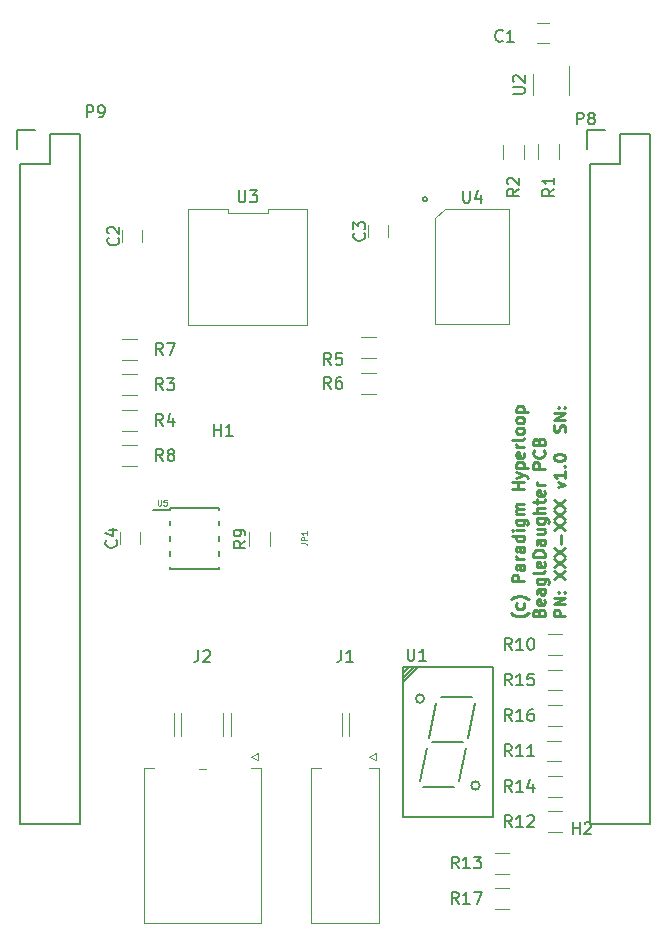
<source format=gbr>
G04 #@! TF.GenerationSoftware,KiCad,Pcbnew,(5.1.2-1)-1*
G04 #@! TF.CreationDate,2019-06-05T16:30:21-02:30*
G04 #@! TF.ProjectId,BeagleCape V2,42656167-6c65-4436-9170-652056322e6b,rev?*
G04 #@! TF.SameCoordinates,Original*
G04 #@! TF.FileFunction,Legend,Top*
G04 #@! TF.FilePolarity,Positive*
%FSLAX46Y46*%
G04 Gerber Fmt 4.6, Leading zero omitted, Abs format (unit mm)*
G04 Created by KiCad (PCBNEW (5.1.2-1)-1) date 2019-06-05 16:30:21*
%MOMM*%
%LPD*%
G04 APERTURE LIST*
%ADD10C,0.250000*%
%ADD11C,0.150000*%
%ADD12C,0.120000*%
%ADD13C,0.100000*%
G04 APERTURE END LIST*
D10*
X158153433Y-101696090D02*
X158105814Y-101743709D01*
X157962957Y-101838947D01*
X157867719Y-101886566D01*
X157724861Y-101934185D01*
X157486766Y-101981804D01*
X157296290Y-101981804D01*
X157058195Y-101934185D01*
X156915338Y-101886566D01*
X156820100Y-101838947D01*
X156677242Y-101743709D01*
X156629623Y-101696090D01*
X157724861Y-100886566D02*
X157772480Y-100981804D01*
X157772480Y-101172280D01*
X157724861Y-101267519D01*
X157677242Y-101315138D01*
X157582004Y-101362757D01*
X157296290Y-101362757D01*
X157201052Y-101315138D01*
X157153433Y-101267519D01*
X157105814Y-101172280D01*
X157105814Y-100981804D01*
X157153433Y-100886566D01*
X158153433Y-100553233D02*
X158105814Y-100505614D01*
X157962957Y-100410376D01*
X157867719Y-100362757D01*
X157724861Y-100315138D01*
X157486766Y-100267519D01*
X157296290Y-100267519D01*
X157058195Y-100315138D01*
X156915338Y-100362757D01*
X156820100Y-100410376D01*
X156677242Y-100505614D01*
X156629623Y-100553233D01*
X157772480Y-99029423D02*
X156772480Y-99029423D01*
X156772480Y-98648471D01*
X156820100Y-98553233D01*
X156867719Y-98505614D01*
X156962957Y-98457995D01*
X157105814Y-98457995D01*
X157201052Y-98505614D01*
X157248671Y-98553233D01*
X157296290Y-98648471D01*
X157296290Y-99029423D01*
X157772480Y-97600852D02*
X157248671Y-97600852D01*
X157153433Y-97648471D01*
X157105814Y-97743709D01*
X157105814Y-97934185D01*
X157153433Y-98029423D01*
X157724861Y-97600852D02*
X157772480Y-97696090D01*
X157772480Y-97934185D01*
X157724861Y-98029423D01*
X157629623Y-98077042D01*
X157534385Y-98077042D01*
X157439147Y-98029423D01*
X157391528Y-97934185D01*
X157391528Y-97696090D01*
X157343909Y-97600852D01*
X157772480Y-97124661D02*
X157105814Y-97124661D01*
X157296290Y-97124661D02*
X157201052Y-97077042D01*
X157153433Y-97029423D01*
X157105814Y-96934185D01*
X157105814Y-96838947D01*
X157772480Y-96077042D02*
X157248671Y-96077042D01*
X157153433Y-96124661D01*
X157105814Y-96219900D01*
X157105814Y-96410376D01*
X157153433Y-96505614D01*
X157724861Y-96077042D02*
X157772480Y-96172280D01*
X157772480Y-96410376D01*
X157724861Y-96505614D01*
X157629623Y-96553233D01*
X157534385Y-96553233D01*
X157439147Y-96505614D01*
X157391528Y-96410376D01*
X157391528Y-96172280D01*
X157343909Y-96077042D01*
X157772480Y-95172280D02*
X156772480Y-95172280D01*
X157724861Y-95172280D02*
X157772480Y-95267519D01*
X157772480Y-95457995D01*
X157724861Y-95553233D01*
X157677242Y-95600852D01*
X157582004Y-95648471D01*
X157296290Y-95648471D01*
X157201052Y-95600852D01*
X157153433Y-95553233D01*
X157105814Y-95457995D01*
X157105814Y-95267519D01*
X157153433Y-95172280D01*
X157772480Y-94696090D02*
X157105814Y-94696090D01*
X156772480Y-94696090D02*
X156820100Y-94743709D01*
X156867719Y-94696090D01*
X156820100Y-94648471D01*
X156772480Y-94696090D01*
X156867719Y-94696090D01*
X157105814Y-93791328D02*
X157915338Y-93791328D01*
X158010576Y-93838947D01*
X158058195Y-93886566D01*
X158105814Y-93981804D01*
X158105814Y-94124661D01*
X158058195Y-94219900D01*
X157724861Y-93791328D02*
X157772480Y-93886566D01*
X157772480Y-94077042D01*
X157724861Y-94172280D01*
X157677242Y-94219900D01*
X157582004Y-94267519D01*
X157296290Y-94267519D01*
X157201052Y-94219900D01*
X157153433Y-94172280D01*
X157105814Y-94077042D01*
X157105814Y-93886566D01*
X157153433Y-93791328D01*
X157772480Y-93315138D02*
X157105814Y-93315138D01*
X157201052Y-93315138D02*
X157153433Y-93267519D01*
X157105814Y-93172280D01*
X157105814Y-93029423D01*
X157153433Y-92934185D01*
X157248671Y-92886566D01*
X157772480Y-92886566D01*
X157248671Y-92886566D02*
X157153433Y-92838947D01*
X157105814Y-92743709D01*
X157105814Y-92600852D01*
X157153433Y-92505614D01*
X157248671Y-92457995D01*
X157772480Y-92457995D01*
X157772480Y-91219900D02*
X156772480Y-91219900D01*
X157248671Y-91219900D02*
X157248671Y-90648471D01*
X157772480Y-90648471D02*
X156772480Y-90648471D01*
X157105814Y-90267519D02*
X157772480Y-90029423D01*
X157105814Y-89791328D02*
X157772480Y-90029423D01*
X158010576Y-90124661D01*
X158058195Y-90172280D01*
X158105814Y-90267519D01*
X157105814Y-89410376D02*
X158105814Y-89410376D01*
X157153433Y-89410376D02*
X157105814Y-89315138D01*
X157105814Y-89124661D01*
X157153433Y-89029423D01*
X157201052Y-88981804D01*
X157296290Y-88934185D01*
X157582004Y-88934185D01*
X157677242Y-88981804D01*
X157724861Y-89029423D01*
X157772480Y-89124661D01*
X157772480Y-89315138D01*
X157724861Y-89410376D01*
X157724861Y-88124661D02*
X157772480Y-88219900D01*
X157772480Y-88410376D01*
X157724861Y-88505614D01*
X157629623Y-88553233D01*
X157248671Y-88553233D01*
X157153433Y-88505614D01*
X157105814Y-88410376D01*
X157105814Y-88219900D01*
X157153433Y-88124661D01*
X157248671Y-88077042D01*
X157343909Y-88077042D01*
X157439147Y-88553233D01*
X157772480Y-87648471D02*
X157105814Y-87648471D01*
X157296290Y-87648471D02*
X157201052Y-87600852D01*
X157153433Y-87553233D01*
X157105814Y-87457995D01*
X157105814Y-87362757D01*
X157772480Y-86886566D02*
X157724861Y-86981804D01*
X157629623Y-87029423D01*
X156772480Y-87029423D01*
X157772480Y-86362757D02*
X157724861Y-86457995D01*
X157677242Y-86505614D01*
X157582004Y-86553233D01*
X157296290Y-86553233D01*
X157201052Y-86505614D01*
X157153433Y-86457995D01*
X157105814Y-86362757D01*
X157105814Y-86219900D01*
X157153433Y-86124661D01*
X157201052Y-86077042D01*
X157296290Y-86029423D01*
X157582004Y-86029423D01*
X157677242Y-86077042D01*
X157724861Y-86124661D01*
X157772480Y-86219900D01*
X157772480Y-86362757D01*
X157772480Y-85457995D02*
X157724861Y-85553233D01*
X157677242Y-85600852D01*
X157582004Y-85648471D01*
X157296290Y-85648471D01*
X157201052Y-85600852D01*
X157153433Y-85553233D01*
X157105814Y-85457995D01*
X157105814Y-85315138D01*
X157153433Y-85219900D01*
X157201052Y-85172280D01*
X157296290Y-85124661D01*
X157582004Y-85124661D01*
X157677242Y-85172280D01*
X157724861Y-85219900D01*
X157772480Y-85315138D01*
X157772480Y-85457995D01*
X157105814Y-84696090D02*
X158105814Y-84696090D01*
X157153433Y-84696090D02*
X157105814Y-84600852D01*
X157105814Y-84410376D01*
X157153433Y-84315138D01*
X157201052Y-84267519D01*
X157296290Y-84219900D01*
X157582004Y-84219900D01*
X157677242Y-84267519D01*
X157724861Y-84315138D01*
X157772480Y-84410376D01*
X157772480Y-84600852D01*
X157724861Y-84696090D01*
X158998671Y-101648471D02*
X159046290Y-101505614D01*
X159093909Y-101457995D01*
X159189147Y-101410376D01*
X159332004Y-101410376D01*
X159427242Y-101457995D01*
X159474861Y-101505614D01*
X159522480Y-101600852D01*
X159522480Y-101981804D01*
X158522480Y-101981804D01*
X158522480Y-101648471D01*
X158570100Y-101553233D01*
X158617719Y-101505614D01*
X158712957Y-101457995D01*
X158808195Y-101457995D01*
X158903433Y-101505614D01*
X158951052Y-101553233D01*
X158998671Y-101648471D01*
X158998671Y-101981804D01*
X159474861Y-100600852D02*
X159522480Y-100696090D01*
X159522480Y-100886566D01*
X159474861Y-100981804D01*
X159379623Y-101029423D01*
X158998671Y-101029423D01*
X158903433Y-100981804D01*
X158855814Y-100886566D01*
X158855814Y-100696090D01*
X158903433Y-100600852D01*
X158998671Y-100553233D01*
X159093909Y-100553233D01*
X159189147Y-101029423D01*
X159522480Y-99696090D02*
X158998671Y-99696090D01*
X158903433Y-99743709D01*
X158855814Y-99838947D01*
X158855814Y-100029423D01*
X158903433Y-100124661D01*
X159474861Y-99696090D02*
X159522480Y-99791328D01*
X159522480Y-100029423D01*
X159474861Y-100124661D01*
X159379623Y-100172280D01*
X159284385Y-100172280D01*
X159189147Y-100124661D01*
X159141528Y-100029423D01*
X159141528Y-99791328D01*
X159093909Y-99696090D01*
X158855814Y-98791328D02*
X159665338Y-98791328D01*
X159760576Y-98838947D01*
X159808195Y-98886566D01*
X159855814Y-98981804D01*
X159855814Y-99124661D01*
X159808195Y-99219900D01*
X159474861Y-98791328D02*
X159522480Y-98886566D01*
X159522480Y-99077042D01*
X159474861Y-99172280D01*
X159427242Y-99219900D01*
X159332004Y-99267519D01*
X159046290Y-99267519D01*
X158951052Y-99219900D01*
X158903433Y-99172280D01*
X158855814Y-99077042D01*
X158855814Y-98886566D01*
X158903433Y-98791328D01*
X159522480Y-98172280D02*
X159474861Y-98267519D01*
X159379623Y-98315138D01*
X158522480Y-98315138D01*
X159474861Y-97410376D02*
X159522480Y-97505614D01*
X159522480Y-97696090D01*
X159474861Y-97791328D01*
X159379623Y-97838947D01*
X158998671Y-97838947D01*
X158903433Y-97791328D01*
X158855814Y-97696090D01*
X158855814Y-97505614D01*
X158903433Y-97410376D01*
X158998671Y-97362757D01*
X159093909Y-97362757D01*
X159189147Y-97838947D01*
X159522480Y-96934185D02*
X158522480Y-96934185D01*
X158522480Y-96696090D01*
X158570100Y-96553233D01*
X158665338Y-96457995D01*
X158760576Y-96410376D01*
X158951052Y-96362757D01*
X159093909Y-96362757D01*
X159284385Y-96410376D01*
X159379623Y-96457995D01*
X159474861Y-96553233D01*
X159522480Y-96696090D01*
X159522480Y-96934185D01*
X159522480Y-95505614D02*
X158998671Y-95505614D01*
X158903433Y-95553233D01*
X158855814Y-95648471D01*
X158855814Y-95838947D01*
X158903433Y-95934185D01*
X159474861Y-95505614D02*
X159522480Y-95600852D01*
X159522480Y-95838947D01*
X159474861Y-95934185D01*
X159379623Y-95981804D01*
X159284385Y-95981804D01*
X159189147Y-95934185D01*
X159141528Y-95838947D01*
X159141528Y-95600852D01*
X159093909Y-95505614D01*
X158855814Y-94600852D02*
X159522480Y-94600852D01*
X158855814Y-95029423D02*
X159379623Y-95029423D01*
X159474861Y-94981804D01*
X159522480Y-94886566D01*
X159522480Y-94743709D01*
X159474861Y-94648471D01*
X159427242Y-94600852D01*
X158855814Y-93696090D02*
X159665338Y-93696090D01*
X159760576Y-93743709D01*
X159808195Y-93791328D01*
X159855814Y-93886566D01*
X159855814Y-94029423D01*
X159808195Y-94124661D01*
X159474861Y-93696090D02*
X159522480Y-93791328D01*
X159522480Y-93981804D01*
X159474861Y-94077042D01*
X159427242Y-94124661D01*
X159332004Y-94172280D01*
X159046290Y-94172280D01*
X158951052Y-94124661D01*
X158903433Y-94077042D01*
X158855814Y-93981804D01*
X158855814Y-93791328D01*
X158903433Y-93696090D01*
X159522480Y-93219900D02*
X158522480Y-93219900D01*
X159522480Y-92791328D02*
X158998671Y-92791328D01*
X158903433Y-92838947D01*
X158855814Y-92934185D01*
X158855814Y-93077042D01*
X158903433Y-93172280D01*
X158951052Y-93219900D01*
X158855814Y-92457995D02*
X158855814Y-92077042D01*
X158522480Y-92315138D02*
X159379623Y-92315138D01*
X159474861Y-92267519D01*
X159522480Y-92172280D01*
X159522480Y-92077042D01*
X159474861Y-91362757D02*
X159522480Y-91457995D01*
X159522480Y-91648471D01*
X159474861Y-91743709D01*
X159379623Y-91791328D01*
X158998671Y-91791328D01*
X158903433Y-91743709D01*
X158855814Y-91648471D01*
X158855814Y-91457995D01*
X158903433Y-91362757D01*
X158998671Y-91315138D01*
X159093909Y-91315138D01*
X159189147Y-91791328D01*
X159522480Y-90886566D02*
X158855814Y-90886566D01*
X159046290Y-90886566D02*
X158951052Y-90838947D01*
X158903433Y-90791328D01*
X158855814Y-90696090D01*
X158855814Y-90600852D01*
X159522480Y-89505614D02*
X158522480Y-89505614D01*
X158522480Y-89124661D01*
X158570100Y-89029423D01*
X158617719Y-88981804D01*
X158712957Y-88934185D01*
X158855814Y-88934185D01*
X158951052Y-88981804D01*
X158998671Y-89029423D01*
X159046290Y-89124661D01*
X159046290Y-89505614D01*
X159427242Y-87934185D02*
X159474861Y-87981804D01*
X159522480Y-88124661D01*
X159522480Y-88219900D01*
X159474861Y-88362757D01*
X159379623Y-88457995D01*
X159284385Y-88505614D01*
X159093909Y-88553233D01*
X158951052Y-88553233D01*
X158760576Y-88505614D01*
X158665338Y-88457995D01*
X158570100Y-88362757D01*
X158522480Y-88219900D01*
X158522480Y-88124661D01*
X158570100Y-87981804D01*
X158617719Y-87934185D01*
X158998671Y-87172280D02*
X159046290Y-87029423D01*
X159093909Y-86981804D01*
X159189147Y-86934185D01*
X159332004Y-86934185D01*
X159427242Y-86981804D01*
X159474861Y-87029423D01*
X159522480Y-87124661D01*
X159522480Y-87505614D01*
X158522480Y-87505614D01*
X158522480Y-87172280D01*
X158570100Y-87077042D01*
X158617719Y-87029423D01*
X158712957Y-86981804D01*
X158808195Y-86981804D01*
X158903433Y-87029423D01*
X158951052Y-87077042D01*
X158998671Y-87172280D01*
X158998671Y-87505614D01*
X161272480Y-101981804D02*
X160272480Y-101981804D01*
X160272480Y-101600852D01*
X160320100Y-101505614D01*
X160367719Y-101457995D01*
X160462957Y-101410376D01*
X160605814Y-101410376D01*
X160701052Y-101457995D01*
X160748671Y-101505614D01*
X160796290Y-101600852D01*
X160796290Y-101981804D01*
X161272480Y-100981804D02*
X160272480Y-100981804D01*
X161272480Y-100410376D01*
X160272480Y-100410376D01*
X161177242Y-99934185D02*
X161224861Y-99886566D01*
X161272480Y-99934185D01*
X161224861Y-99981804D01*
X161177242Y-99934185D01*
X161272480Y-99934185D01*
X160653433Y-99934185D02*
X160701052Y-99886566D01*
X160748671Y-99934185D01*
X160701052Y-99981804D01*
X160653433Y-99934185D01*
X160748671Y-99934185D01*
X160272480Y-98791328D02*
X161272480Y-98124661D01*
X160272480Y-98124661D02*
X161272480Y-98791328D01*
X160272480Y-97838947D02*
X161272480Y-97172280D01*
X160272480Y-97172280D02*
X161272480Y-97838947D01*
X160272480Y-96886566D02*
X161272480Y-96219900D01*
X160272480Y-96219900D02*
X161272480Y-96886566D01*
X160891528Y-95838947D02*
X160891528Y-95077042D01*
X160272480Y-94696090D02*
X161272480Y-94029423D01*
X160272480Y-94029423D02*
X161272480Y-94696090D01*
X160272480Y-93743709D02*
X161272480Y-93077042D01*
X160272480Y-93077042D02*
X161272480Y-93743709D01*
X160272480Y-92791328D02*
X161272480Y-92124661D01*
X160272480Y-92124661D02*
X161272480Y-92791328D01*
X160605814Y-91077042D02*
X161272480Y-90838947D01*
X160605814Y-90600852D01*
X161272480Y-89696090D02*
X161272480Y-90267519D01*
X161272480Y-89981804D02*
X160272480Y-89981804D01*
X160415338Y-90077042D01*
X160510576Y-90172280D01*
X160558195Y-90267519D01*
X161177242Y-89267519D02*
X161224861Y-89219900D01*
X161272480Y-89267519D01*
X161224861Y-89315138D01*
X161177242Y-89267519D01*
X161272480Y-89267519D01*
X160272480Y-88600852D02*
X160272480Y-88505614D01*
X160320100Y-88410376D01*
X160367719Y-88362757D01*
X160462957Y-88315138D01*
X160653433Y-88267519D01*
X160891528Y-88267519D01*
X161082004Y-88315138D01*
X161177242Y-88362757D01*
X161224861Y-88410376D01*
X161272480Y-88505614D01*
X161272480Y-88600852D01*
X161224861Y-88696090D01*
X161177242Y-88743709D01*
X161082004Y-88791328D01*
X160891528Y-88838947D01*
X160653433Y-88838947D01*
X160462957Y-88791328D01*
X160367719Y-88743709D01*
X160320100Y-88696090D01*
X160272480Y-88600852D01*
X161224861Y-86362757D02*
X161272480Y-86219900D01*
X161272480Y-85981804D01*
X161224861Y-85886566D01*
X161177242Y-85838947D01*
X161082004Y-85791328D01*
X160986766Y-85791328D01*
X160891528Y-85838947D01*
X160843909Y-85886566D01*
X160796290Y-85981804D01*
X160748671Y-86172280D01*
X160701052Y-86267519D01*
X160653433Y-86315138D01*
X160558195Y-86362757D01*
X160462957Y-86362757D01*
X160367719Y-86315138D01*
X160320100Y-86267519D01*
X160272480Y-86172280D01*
X160272480Y-85934185D01*
X160320100Y-85791328D01*
X161272480Y-85362757D02*
X160272480Y-85362757D01*
X161272480Y-84791328D01*
X160272480Y-84791328D01*
X161177242Y-84315138D02*
X161224861Y-84267519D01*
X161272480Y-84315138D01*
X161224861Y-84362757D01*
X161177242Y-84315138D01*
X161272480Y-84315138D01*
X160653433Y-84315138D02*
X160701052Y-84267519D01*
X160748671Y-84315138D01*
X160701052Y-84362757D01*
X160653433Y-84315138D01*
X160748671Y-84315138D01*
D11*
X168440100Y-119532400D02*
X168440100Y-61112400D01*
X163360100Y-119532400D02*
X163360100Y-63652400D01*
X168440100Y-119532400D02*
X163360100Y-119532400D01*
X168440100Y-61112400D02*
X165900100Y-61112400D01*
X164630100Y-60832400D02*
X163080100Y-60832400D01*
X165900100Y-61112400D02*
X165900100Y-63652400D01*
X165900100Y-63652400D02*
X163360100Y-63652400D01*
X163080100Y-60832400D02*
X163080100Y-62382400D01*
X120180100Y-119532400D02*
X120180100Y-61112400D01*
X115100100Y-119532400D02*
X115100100Y-63652400D01*
X120180100Y-119532400D02*
X115100100Y-119532400D01*
X120180100Y-61112400D02*
X117640100Y-61112400D01*
X116370100Y-60832400D02*
X114820100Y-60832400D01*
X117640100Y-61112400D02*
X117640100Y-63652400D01*
X117640100Y-63652400D02*
X115100100Y-63652400D01*
X114820100Y-60832400D02*
X114820100Y-62382400D01*
D12*
X129330100Y-67472400D02*
X129330100Y-77292400D01*
X129330100Y-77292400D02*
X139410100Y-77292400D01*
X139410100Y-77292400D02*
X139410100Y-67472400D01*
X139410100Y-67472400D02*
X136050100Y-67472400D01*
X136050100Y-67472400D02*
X136050100Y-67832400D01*
X136050100Y-67832400D02*
X132690101Y-67832400D01*
X132690101Y-67832400D02*
X132690101Y-67472400D01*
X132690101Y-67472400D02*
X129330100Y-67472400D01*
X150270100Y-68300900D02*
X151070100Y-67500900D01*
X151070100Y-67500900D02*
X156470100Y-67500900D01*
X156470100Y-67500900D02*
X156470100Y-77263900D01*
X156470100Y-77263900D02*
X150270100Y-77263900D01*
X150270100Y-77263900D02*
X150270100Y-68300900D01*
D11*
X149560363Y-66682400D02*
G75*
G03X149560363Y-66682400I-190263J0D01*
G01*
D12*
X125395100Y-70282400D02*
X125395100Y-69282400D01*
X123695100Y-69282400D02*
X123695100Y-70282400D01*
X144520100Y-68882400D02*
X144520100Y-69882400D01*
X146220100Y-69882400D02*
X146220100Y-68882400D01*
X123770100Y-81502400D02*
X124970100Y-81502400D01*
X124970100Y-83262400D02*
X123770100Y-83262400D01*
X124970100Y-86262400D02*
X123770100Y-86262400D01*
X123770100Y-84502400D02*
X124970100Y-84502400D01*
X143995100Y-78377400D02*
X145195100Y-78377400D01*
X145195100Y-80137400D02*
X143995100Y-80137400D01*
X145195100Y-83137400D02*
X143995100Y-83137400D01*
X143995100Y-81377400D02*
X145195100Y-81377400D01*
X124970100Y-80262400D02*
X123770100Y-80262400D01*
X123770100Y-78502400D02*
X124970100Y-78502400D01*
X123770100Y-87502400D02*
X124970100Y-87502400D01*
X124970100Y-89262400D02*
X123770100Y-89262400D01*
X158870100Y-53482400D02*
X159870100Y-53482400D01*
X159870100Y-51782400D02*
X158870100Y-51782400D01*
X158990100Y-63232400D02*
X158990100Y-62032400D01*
X160750100Y-62032400D02*
X160750100Y-63232400D01*
X157750100Y-62082400D02*
X157750100Y-63282400D01*
X155990100Y-63282400D02*
X155990100Y-62082400D01*
X161580100Y-57822400D02*
X161580100Y-55392400D01*
X158510100Y-56062400D02*
X158510100Y-57822400D01*
D11*
X155180100Y-118982400D02*
X155180100Y-106282400D01*
X147560100Y-118982400D02*
X155180100Y-118982400D01*
X147560100Y-106282400D02*
X147560100Y-118982400D01*
X155180100Y-106282400D02*
X147560100Y-106282400D01*
X147560100Y-107171400D02*
X148449100Y-106282400D01*
X147560100Y-106790400D02*
X148068100Y-106282400D01*
X149973100Y-112632400D02*
X152640100Y-112632400D01*
X150735100Y-108822400D02*
X153402100Y-108822400D01*
X149211100Y-116442400D02*
X151878100Y-116442400D01*
X149719100Y-112251400D02*
X150354100Y-109330400D01*
X153021100Y-112251400D02*
X153656100Y-109330400D01*
X152259100Y-115934400D02*
X152894100Y-113140400D01*
X148957100Y-115934400D02*
X149592100Y-113140400D01*
X154015310Y-116315400D02*
G75*
G03X154015310Y-116315400I-359210J0D01*
G01*
X149316310Y-108949400D02*
G75*
G03X149316310Y-108949400I-359210J0D01*
G01*
X147560100Y-107552400D02*
X148830100Y-106282400D01*
D12*
X125220100Y-95882400D02*
X125220100Y-94882400D01*
X123520100Y-94882400D02*
X123520100Y-95882400D01*
X145220100Y-114182400D02*
X144620100Y-113882400D01*
X145220100Y-113582400D02*
X145220100Y-114182400D01*
X144620100Y-113882400D02*
X145220100Y-113582400D01*
X142320100Y-112082400D02*
X142320100Y-110182400D01*
X142920100Y-112082400D02*
X142920100Y-110182400D01*
X139770100Y-127932400D02*
X142620100Y-127932400D01*
X139770100Y-114832400D02*
X139770100Y-127932400D01*
X140620100Y-114832400D02*
X139770100Y-114832400D01*
X145470100Y-127932400D02*
X142620100Y-127932400D01*
X145470100Y-114832400D02*
X145470100Y-127932400D01*
X144620100Y-114832400D02*
X145470100Y-114832400D01*
X135220100Y-114182400D02*
X134620100Y-113882400D01*
X135220100Y-113582400D02*
X135220100Y-114182400D01*
X134620100Y-113882400D02*
X135220100Y-113582400D01*
X130820100Y-114882400D02*
X130220100Y-114882400D01*
X128120100Y-112082400D02*
X128120100Y-110182400D01*
X128720100Y-112082400D02*
X128720100Y-110182400D01*
X132320100Y-112082400D02*
X132320100Y-110182400D01*
X132920100Y-112082400D02*
X132920100Y-110182400D01*
X125570100Y-127932400D02*
X130520100Y-127932400D01*
X125570100Y-114832400D02*
X125570100Y-127932400D01*
X126420100Y-114832400D02*
X125570100Y-114832400D01*
X135470100Y-127932400D02*
X130520100Y-127932400D01*
X135470100Y-114832400D02*
X135470100Y-127932400D01*
X134620100Y-114832400D02*
X135470100Y-114832400D01*
X134490100Y-96032400D02*
X134490100Y-94832400D01*
X136250100Y-94832400D02*
X136250100Y-96032400D01*
X160970100Y-105262400D02*
X159770100Y-105262400D01*
X159770100Y-103502400D02*
X160970100Y-103502400D01*
X159720100Y-112502400D02*
X160920100Y-112502400D01*
X160920100Y-114262400D02*
X159720100Y-114262400D01*
X160970100Y-120262400D02*
X159770100Y-120262400D01*
X159770100Y-118502400D02*
X160970100Y-118502400D01*
X155270100Y-122002400D02*
X156470100Y-122002400D01*
X156470100Y-123762400D02*
X155270100Y-123762400D01*
X160970100Y-117262400D02*
X159770100Y-117262400D01*
X159770100Y-115502400D02*
X160970100Y-115502400D01*
X159770100Y-106502400D02*
X160970100Y-106502400D01*
X160970100Y-108262400D02*
X159770100Y-108262400D01*
X160970100Y-111262400D02*
X159770100Y-111262400D01*
X159770100Y-109502400D02*
X160970100Y-109502400D01*
X155270100Y-125002400D02*
X156470100Y-125002400D01*
X156470100Y-126762400D02*
X155270100Y-126762400D01*
D11*
X131970100Y-93882400D02*
X131970100Y-94282400D01*
X131970100Y-95182400D02*
X131970100Y-95582400D01*
X131970100Y-96482400D02*
X131970100Y-96882400D01*
X127770100Y-96482400D02*
X127770100Y-96882400D01*
X127770100Y-95182400D02*
X127770100Y-95582400D01*
X127770100Y-93882400D02*
X127770100Y-94282400D01*
X127795100Y-92807400D02*
X127795100Y-92952400D01*
X131945100Y-92807400D02*
X131945100Y-92952400D01*
X131945100Y-97957400D02*
X131945100Y-97812400D01*
X127795100Y-97957400D02*
X127795100Y-97812400D01*
X127795100Y-92807400D02*
X131945100Y-92807400D01*
X127795100Y-97957400D02*
X131945100Y-97957400D01*
X127795100Y-92952400D02*
X126395100Y-92952400D01*
X162232004Y-60334780D02*
X162232004Y-59334780D01*
X162612957Y-59334780D01*
X162708195Y-59382400D01*
X162755814Y-59430019D01*
X162803433Y-59525257D01*
X162803433Y-59668114D01*
X162755814Y-59763352D01*
X162708195Y-59810971D01*
X162612957Y-59858590D01*
X162232004Y-59858590D01*
X163374861Y-59763352D02*
X163279623Y-59715733D01*
X163232004Y-59668114D01*
X163184385Y-59572876D01*
X163184385Y-59525257D01*
X163232004Y-59430019D01*
X163279623Y-59382400D01*
X163374861Y-59334780D01*
X163565338Y-59334780D01*
X163660576Y-59382400D01*
X163708195Y-59430019D01*
X163755814Y-59525257D01*
X163755814Y-59572876D01*
X163708195Y-59668114D01*
X163660576Y-59715733D01*
X163565338Y-59763352D01*
X163374861Y-59763352D01*
X163279623Y-59810971D01*
X163232004Y-59858590D01*
X163184385Y-59953828D01*
X163184385Y-60144304D01*
X163232004Y-60239542D01*
X163279623Y-60287161D01*
X163374861Y-60334780D01*
X163565338Y-60334780D01*
X163660576Y-60287161D01*
X163708195Y-60239542D01*
X163755814Y-60144304D01*
X163755814Y-59953828D01*
X163708195Y-59858590D01*
X163660576Y-59810971D01*
X163565338Y-59763352D01*
X120732004Y-59734780D02*
X120732004Y-58734780D01*
X121112957Y-58734780D01*
X121208195Y-58782400D01*
X121255814Y-58830019D01*
X121303433Y-58925257D01*
X121303433Y-59068114D01*
X121255814Y-59163352D01*
X121208195Y-59210971D01*
X121112957Y-59258590D01*
X120732004Y-59258590D01*
X121779623Y-59734780D02*
X121970100Y-59734780D01*
X122065338Y-59687161D01*
X122112957Y-59639542D01*
X122208195Y-59496685D01*
X122255814Y-59306209D01*
X122255814Y-58925257D01*
X122208195Y-58830019D01*
X122160576Y-58782400D01*
X122065338Y-58734780D01*
X121874861Y-58734780D01*
X121779623Y-58782400D01*
X121732004Y-58830019D01*
X121684385Y-58925257D01*
X121684385Y-59163352D01*
X121732004Y-59258590D01*
X121779623Y-59306209D01*
X121874861Y-59353828D01*
X122065338Y-59353828D01*
X122160576Y-59306209D01*
X122208195Y-59258590D01*
X122255814Y-59163352D01*
X133608195Y-65924780D02*
X133608195Y-66734304D01*
X133655814Y-66829542D01*
X133703433Y-66877161D01*
X133798671Y-66924780D01*
X133989147Y-66924780D01*
X134084385Y-66877161D01*
X134132004Y-66829542D01*
X134179623Y-66734304D01*
X134179623Y-65924780D01*
X134560576Y-65924780D02*
X135179623Y-65924780D01*
X134846290Y-66305733D01*
X134989147Y-66305733D01*
X135084385Y-66353352D01*
X135132004Y-66400971D01*
X135179623Y-66496209D01*
X135179623Y-66734304D01*
X135132004Y-66829542D01*
X135084385Y-66877161D01*
X134989147Y-66924780D01*
X134703433Y-66924780D01*
X134608195Y-66877161D01*
X134560576Y-66829542D01*
X152608195Y-65953280D02*
X152608195Y-66762804D01*
X152655814Y-66858042D01*
X152703433Y-66905661D01*
X152798671Y-66953280D01*
X152989147Y-66953280D01*
X153084385Y-66905661D01*
X153132004Y-66858042D01*
X153179623Y-66762804D01*
X153179623Y-65953280D01*
X154084385Y-66286614D02*
X154084385Y-66953280D01*
X153846290Y-65905661D02*
X153608195Y-66619947D01*
X154227242Y-66619947D01*
X123402242Y-69949066D02*
X123449861Y-69996685D01*
X123497480Y-70139542D01*
X123497480Y-70234780D01*
X123449861Y-70377638D01*
X123354623Y-70472876D01*
X123259385Y-70520495D01*
X123068909Y-70568114D01*
X122926052Y-70568114D01*
X122735576Y-70520495D01*
X122640338Y-70472876D01*
X122545100Y-70377638D01*
X122497480Y-70234780D01*
X122497480Y-70139542D01*
X122545100Y-69996685D01*
X122592719Y-69949066D01*
X122592719Y-69568114D02*
X122545100Y-69520495D01*
X122497480Y-69425257D01*
X122497480Y-69187161D01*
X122545100Y-69091923D01*
X122592719Y-69044304D01*
X122687957Y-68996685D01*
X122783195Y-68996685D01*
X122926052Y-69044304D01*
X123497480Y-69615733D01*
X123497480Y-68996685D01*
X144227242Y-69549066D02*
X144274861Y-69596685D01*
X144322480Y-69739542D01*
X144322480Y-69834780D01*
X144274861Y-69977638D01*
X144179623Y-70072876D01*
X144084385Y-70120495D01*
X143893909Y-70168114D01*
X143751052Y-70168114D01*
X143560576Y-70120495D01*
X143465338Y-70072876D01*
X143370100Y-69977638D01*
X143322480Y-69834780D01*
X143322480Y-69739542D01*
X143370100Y-69596685D01*
X143417719Y-69549066D01*
X143322480Y-69215733D02*
X143322480Y-68596685D01*
X143703433Y-68930019D01*
X143703433Y-68787161D01*
X143751052Y-68691923D01*
X143798671Y-68644304D01*
X143893909Y-68596685D01*
X144132004Y-68596685D01*
X144227242Y-68644304D01*
X144274861Y-68691923D01*
X144322480Y-68787161D01*
X144322480Y-69072876D01*
X144274861Y-69168114D01*
X144227242Y-69215733D01*
X127203433Y-82834780D02*
X126870100Y-82358590D01*
X126632004Y-82834780D02*
X126632004Y-81834780D01*
X127012957Y-81834780D01*
X127108195Y-81882400D01*
X127155814Y-81930019D01*
X127203433Y-82025257D01*
X127203433Y-82168114D01*
X127155814Y-82263352D01*
X127108195Y-82310971D01*
X127012957Y-82358590D01*
X126632004Y-82358590D01*
X127536766Y-81834780D02*
X128155814Y-81834780D01*
X127822480Y-82215733D01*
X127965338Y-82215733D01*
X128060576Y-82263352D01*
X128108195Y-82310971D01*
X128155814Y-82406209D01*
X128155814Y-82644304D01*
X128108195Y-82739542D01*
X128060576Y-82787161D01*
X127965338Y-82834780D01*
X127679623Y-82834780D01*
X127584385Y-82787161D01*
X127536766Y-82739542D01*
X127203433Y-85834780D02*
X126870100Y-85358590D01*
X126632004Y-85834780D02*
X126632004Y-84834780D01*
X127012957Y-84834780D01*
X127108195Y-84882400D01*
X127155814Y-84930019D01*
X127203433Y-85025257D01*
X127203433Y-85168114D01*
X127155814Y-85263352D01*
X127108195Y-85310971D01*
X127012957Y-85358590D01*
X126632004Y-85358590D01*
X128060576Y-85168114D02*
X128060576Y-85834780D01*
X127822480Y-84787161D02*
X127584385Y-85501447D01*
X128203433Y-85501447D01*
X141428433Y-80709780D02*
X141095100Y-80233590D01*
X140857004Y-80709780D02*
X140857004Y-79709780D01*
X141237957Y-79709780D01*
X141333195Y-79757400D01*
X141380814Y-79805019D01*
X141428433Y-79900257D01*
X141428433Y-80043114D01*
X141380814Y-80138352D01*
X141333195Y-80185971D01*
X141237957Y-80233590D01*
X140857004Y-80233590D01*
X142333195Y-79709780D02*
X141857004Y-79709780D01*
X141809385Y-80185971D01*
X141857004Y-80138352D01*
X141952242Y-80090733D01*
X142190338Y-80090733D01*
X142285576Y-80138352D01*
X142333195Y-80185971D01*
X142380814Y-80281209D01*
X142380814Y-80519304D01*
X142333195Y-80614542D01*
X142285576Y-80662161D01*
X142190338Y-80709780D01*
X141952242Y-80709780D01*
X141857004Y-80662161D01*
X141809385Y-80614542D01*
X141428433Y-82709780D02*
X141095100Y-82233590D01*
X140857004Y-82709780D02*
X140857004Y-81709780D01*
X141237957Y-81709780D01*
X141333195Y-81757400D01*
X141380814Y-81805019D01*
X141428433Y-81900257D01*
X141428433Y-82043114D01*
X141380814Y-82138352D01*
X141333195Y-82185971D01*
X141237957Y-82233590D01*
X140857004Y-82233590D01*
X142285576Y-81709780D02*
X142095100Y-81709780D01*
X141999861Y-81757400D01*
X141952242Y-81805019D01*
X141857004Y-81947876D01*
X141809385Y-82138352D01*
X141809385Y-82519304D01*
X141857004Y-82614542D01*
X141904623Y-82662161D01*
X141999861Y-82709780D01*
X142190338Y-82709780D01*
X142285576Y-82662161D01*
X142333195Y-82614542D01*
X142380814Y-82519304D01*
X142380814Y-82281209D01*
X142333195Y-82185971D01*
X142285576Y-82138352D01*
X142190338Y-82090733D01*
X141999861Y-82090733D01*
X141904623Y-82138352D01*
X141857004Y-82185971D01*
X141809385Y-82281209D01*
X127203433Y-79834780D02*
X126870100Y-79358590D01*
X126632004Y-79834780D02*
X126632004Y-78834780D01*
X127012957Y-78834780D01*
X127108195Y-78882400D01*
X127155814Y-78930019D01*
X127203433Y-79025257D01*
X127203433Y-79168114D01*
X127155814Y-79263352D01*
X127108195Y-79310971D01*
X127012957Y-79358590D01*
X126632004Y-79358590D01*
X127536766Y-78834780D02*
X128203433Y-78834780D01*
X127774861Y-79834780D01*
X127203433Y-88834780D02*
X126870100Y-88358590D01*
X126632004Y-88834780D02*
X126632004Y-87834780D01*
X127012957Y-87834780D01*
X127108195Y-87882400D01*
X127155814Y-87930019D01*
X127203433Y-88025257D01*
X127203433Y-88168114D01*
X127155814Y-88263352D01*
X127108195Y-88310971D01*
X127012957Y-88358590D01*
X126632004Y-88358590D01*
X127774861Y-88263352D02*
X127679623Y-88215733D01*
X127632004Y-88168114D01*
X127584385Y-88072876D01*
X127584385Y-88025257D01*
X127632004Y-87930019D01*
X127679623Y-87882400D01*
X127774861Y-87834780D01*
X127965338Y-87834780D01*
X128060576Y-87882400D01*
X128108195Y-87930019D01*
X128155814Y-88025257D01*
X128155814Y-88072876D01*
X128108195Y-88168114D01*
X128060576Y-88215733D01*
X127965338Y-88263352D01*
X127774861Y-88263352D01*
X127679623Y-88310971D01*
X127632004Y-88358590D01*
X127584385Y-88453828D01*
X127584385Y-88644304D01*
X127632004Y-88739542D01*
X127679623Y-88787161D01*
X127774861Y-88834780D01*
X127965338Y-88834780D01*
X128060576Y-88787161D01*
X128108195Y-88739542D01*
X128155814Y-88644304D01*
X128155814Y-88453828D01*
X128108195Y-88358590D01*
X128060576Y-88310971D01*
X127965338Y-88263352D01*
X155953433Y-53239542D02*
X155905814Y-53287161D01*
X155762957Y-53334780D01*
X155667719Y-53334780D01*
X155524861Y-53287161D01*
X155429623Y-53191923D01*
X155382004Y-53096685D01*
X155334385Y-52906209D01*
X155334385Y-52763352D01*
X155382004Y-52572876D01*
X155429623Y-52477638D01*
X155524861Y-52382400D01*
X155667719Y-52334780D01*
X155762957Y-52334780D01*
X155905814Y-52382400D01*
X155953433Y-52430019D01*
X156905814Y-53334780D02*
X156334385Y-53334780D01*
X156620100Y-53334780D02*
X156620100Y-52334780D01*
X156524861Y-52477638D01*
X156429623Y-52572876D01*
X156334385Y-52620495D01*
X160322480Y-65799066D02*
X159846290Y-66132400D01*
X160322480Y-66370495D02*
X159322480Y-66370495D01*
X159322480Y-65989542D01*
X159370100Y-65894304D01*
X159417719Y-65846685D01*
X159512957Y-65799066D01*
X159655814Y-65799066D01*
X159751052Y-65846685D01*
X159798671Y-65894304D01*
X159846290Y-65989542D01*
X159846290Y-66370495D01*
X160322480Y-64846685D02*
X160322480Y-65418114D01*
X160322480Y-65132400D02*
X159322480Y-65132400D01*
X159465338Y-65227638D01*
X159560576Y-65322876D01*
X159608195Y-65418114D01*
X157322480Y-65799066D02*
X156846290Y-66132400D01*
X157322480Y-66370495D02*
X156322480Y-66370495D01*
X156322480Y-65989542D01*
X156370100Y-65894304D01*
X156417719Y-65846685D01*
X156512957Y-65799066D01*
X156655814Y-65799066D01*
X156751052Y-65846685D01*
X156798671Y-65894304D01*
X156846290Y-65989542D01*
X156846290Y-66370495D01*
X156417719Y-65418114D02*
X156370100Y-65370495D01*
X156322480Y-65275257D01*
X156322480Y-65037161D01*
X156370100Y-64941923D01*
X156417719Y-64894304D01*
X156512957Y-64846685D01*
X156608195Y-64846685D01*
X156751052Y-64894304D01*
X157322480Y-65465733D01*
X157322480Y-64846685D01*
X156822480Y-57744304D02*
X157632004Y-57744304D01*
X157727242Y-57696685D01*
X157774861Y-57649066D01*
X157822480Y-57553828D01*
X157822480Y-57363352D01*
X157774861Y-57268114D01*
X157727242Y-57220495D01*
X157632004Y-57172876D01*
X156822480Y-57172876D01*
X156917719Y-56744304D02*
X156870100Y-56696685D01*
X156822480Y-56601447D01*
X156822480Y-56363352D01*
X156870100Y-56268114D01*
X156917719Y-56220495D01*
X157012957Y-56172876D01*
X157108195Y-56172876D01*
X157251052Y-56220495D01*
X157822480Y-56791923D01*
X157822480Y-56172876D01*
X147908195Y-104734780D02*
X147908195Y-105544304D01*
X147955814Y-105639542D01*
X148003433Y-105687161D01*
X148098671Y-105734780D01*
X148289147Y-105734780D01*
X148384385Y-105687161D01*
X148432004Y-105639542D01*
X148479623Y-105544304D01*
X148479623Y-104734780D01*
X149479623Y-105734780D02*
X148908195Y-105734780D01*
X149193909Y-105734780D02*
X149193909Y-104734780D01*
X149098671Y-104877638D01*
X149003433Y-104972876D01*
X148908195Y-105020495D01*
X123227242Y-95549066D02*
X123274861Y-95596685D01*
X123322480Y-95739542D01*
X123322480Y-95834780D01*
X123274861Y-95977638D01*
X123179623Y-96072876D01*
X123084385Y-96120495D01*
X122893909Y-96168114D01*
X122751052Y-96168114D01*
X122560576Y-96120495D01*
X122465338Y-96072876D01*
X122370100Y-95977638D01*
X122322480Y-95834780D01*
X122322480Y-95739542D01*
X122370100Y-95596685D01*
X122417719Y-95549066D01*
X122655814Y-94691923D02*
X123322480Y-94691923D01*
X122274861Y-94930019D02*
X122989147Y-95168114D01*
X122989147Y-94549066D01*
X142286766Y-104834780D02*
X142286766Y-105549066D01*
X142239147Y-105691923D01*
X142143909Y-105787161D01*
X142001052Y-105834780D01*
X141905814Y-105834780D01*
X143286766Y-105834780D02*
X142715338Y-105834780D01*
X143001052Y-105834780D02*
X143001052Y-104834780D01*
X142905814Y-104977638D01*
X142810576Y-105072876D01*
X142715338Y-105120495D01*
X130186766Y-104834780D02*
X130186766Y-105549066D01*
X130139147Y-105691923D01*
X130043909Y-105787161D01*
X129901052Y-105834780D01*
X129805814Y-105834780D01*
X130615338Y-104930019D02*
X130662957Y-104882400D01*
X130758195Y-104834780D01*
X130996290Y-104834780D01*
X131091528Y-104882400D01*
X131139147Y-104930019D01*
X131186766Y-105025257D01*
X131186766Y-105120495D01*
X131139147Y-105263352D01*
X130567719Y-105834780D01*
X131186766Y-105834780D01*
D13*
X138896290Y-95799066D02*
X139253433Y-95799066D01*
X139324861Y-95822876D01*
X139372480Y-95870495D01*
X139396290Y-95941923D01*
X139396290Y-95989542D01*
X139396290Y-95560971D02*
X138896290Y-95560971D01*
X138896290Y-95370495D01*
X138920100Y-95322876D01*
X138943909Y-95299066D01*
X138991528Y-95275257D01*
X139062957Y-95275257D01*
X139110576Y-95299066D01*
X139134385Y-95322876D01*
X139158195Y-95370495D01*
X139158195Y-95560971D01*
X139396290Y-94799066D02*
X139396290Y-95084780D01*
X139396290Y-94941923D02*
X138896290Y-94941923D01*
X138967719Y-94989542D01*
X139015338Y-95037161D01*
X139039147Y-95084780D01*
D11*
X134172480Y-95599066D02*
X133696290Y-95932400D01*
X134172480Y-96170495D02*
X133172480Y-96170495D01*
X133172480Y-95789542D01*
X133220100Y-95694304D01*
X133267719Y-95646685D01*
X133362957Y-95599066D01*
X133505814Y-95599066D01*
X133601052Y-95646685D01*
X133648671Y-95694304D01*
X133696290Y-95789542D01*
X133696290Y-96170495D01*
X134172480Y-95122876D02*
X134172480Y-94932400D01*
X134124861Y-94837161D01*
X134077242Y-94789542D01*
X133934385Y-94694304D01*
X133743909Y-94646685D01*
X133362957Y-94646685D01*
X133267719Y-94694304D01*
X133220100Y-94741923D01*
X133172480Y-94837161D01*
X133172480Y-95027638D01*
X133220100Y-95122876D01*
X133267719Y-95170495D01*
X133362957Y-95218114D01*
X133601052Y-95218114D01*
X133696290Y-95170495D01*
X133743909Y-95122876D01*
X133791528Y-95027638D01*
X133791528Y-94837161D01*
X133743909Y-94741923D01*
X133696290Y-94694304D01*
X133601052Y-94646685D01*
X156727242Y-104834780D02*
X156393909Y-104358590D01*
X156155814Y-104834780D02*
X156155814Y-103834780D01*
X156536766Y-103834780D01*
X156632004Y-103882400D01*
X156679623Y-103930019D01*
X156727242Y-104025257D01*
X156727242Y-104168114D01*
X156679623Y-104263352D01*
X156632004Y-104310971D01*
X156536766Y-104358590D01*
X156155814Y-104358590D01*
X157679623Y-104834780D02*
X157108195Y-104834780D01*
X157393909Y-104834780D02*
X157393909Y-103834780D01*
X157298671Y-103977638D01*
X157203433Y-104072876D01*
X157108195Y-104120495D01*
X158298671Y-103834780D02*
X158393909Y-103834780D01*
X158489147Y-103882400D01*
X158536766Y-103930019D01*
X158584385Y-104025257D01*
X158632004Y-104215733D01*
X158632004Y-104453828D01*
X158584385Y-104644304D01*
X158536766Y-104739542D01*
X158489147Y-104787161D01*
X158393909Y-104834780D01*
X158298671Y-104834780D01*
X158203433Y-104787161D01*
X158155814Y-104739542D01*
X158108195Y-104644304D01*
X158060576Y-104453828D01*
X158060576Y-104215733D01*
X158108195Y-104025257D01*
X158155814Y-103930019D01*
X158203433Y-103882400D01*
X158298671Y-103834780D01*
X156727242Y-113834780D02*
X156393909Y-113358590D01*
X156155814Y-113834780D02*
X156155814Y-112834780D01*
X156536766Y-112834780D01*
X156632004Y-112882400D01*
X156679623Y-112930019D01*
X156727242Y-113025257D01*
X156727242Y-113168114D01*
X156679623Y-113263352D01*
X156632004Y-113310971D01*
X156536766Y-113358590D01*
X156155814Y-113358590D01*
X157679623Y-113834780D02*
X157108195Y-113834780D01*
X157393909Y-113834780D02*
X157393909Y-112834780D01*
X157298671Y-112977638D01*
X157203433Y-113072876D01*
X157108195Y-113120495D01*
X158632004Y-113834780D02*
X158060576Y-113834780D01*
X158346290Y-113834780D02*
X158346290Y-112834780D01*
X158251052Y-112977638D01*
X158155814Y-113072876D01*
X158060576Y-113120495D01*
X156727242Y-119834780D02*
X156393909Y-119358590D01*
X156155814Y-119834780D02*
X156155814Y-118834780D01*
X156536766Y-118834780D01*
X156632004Y-118882400D01*
X156679623Y-118930019D01*
X156727242Y-119025257D01*
X156727242Y-119168114D01*
X156679623Y-119263352D01*
X156632004Y-119310971D01*
X156536766Y-119358590D01*
X156155814Y-119358590D01*
X157679623Y-119834780D02*
X157108195Y-119834780D01*
X157393909Y-119834780D02*
X157393909Y-118834780D01*
X157298671Y-118977638D01*
X157203433Y-119072876D01*
X157108195Y-119120495D01*
X158060576Y-118930019D02*
X158108195Y-118882400D01*
X158203433Y-118834780D01*
X158441528Y-118834780D01*
X158536766Y-118882400D01*
X158584385Y-118930019D01*
X158632004Y-119025257D01*
X158632004Y-119120495D01*
X158584385Y-119263352D01*
X158012957Y-119834780D01*
X158632004Y-119834780D01*
X152227242Y-123334780D02*
X151893909Y-122858590D01*
X151655814Y-123334780D02*
X151655814Y-122334780D01*
X152036766Y-122334780D01*
X152132004Y-122382400D01*
X152179623Y-122430019D01*
X152227242Y-122525257D01*
X152227242Y-122668114D01*
X152179623Y-122763352D01*
X152132004Y-122810971D01*
X152036766Y-122858590D01*
X151655814Y-122858590D01*
X153179623Y-123334780D02*
X152608195Y-123334780D01*
X152893909Y-123334780D02*
X152893909Y-122334780D01*
X152798671Y-122477638D01*
X152703433Y-122572876D01*
X152608195Y-122620495D01*
X153512957Y-122334780D02*
X154132004Y-122334780D01*
X153798671Y-122715733D01*
X153941528Y-122715733D01*
X154036766Y-122763352D01*
X154084385Y-122810971D01*
X154132004Y-122906209D01*
X154132004Y-123144304D01*
X154084385Y-123239542D01*
X154036766Y-123287161D01*
X153941528Y-123334780D01*
X153655814Y-123334780D01*
X153560576Y-123287161D01*
X153512957Y-123239542D01*
X156727242Y-116834780D02*
X156393909Y-116358590D01*
X156155814Y-116834780D02*
X156155814Y-115834780D01*
X156536766Y-115834780D01*
X156632004Y-115882400D01*
X156679623Y-115930019D01*
X156727242Y-116025257D01*
X156727242Y-116168114D01*
X156679623Y-116263352D01*
X156632004Y-116310971D01*
X156536766Y-116358590D01*
X156155814Y-116358590D01*
X157679623Y-116834780D02*
X157108195Y-116834780D01*
X157393909Y-116834780D02*
X157393909Y-115834780D01*
X157298671Y-115977638D01*
X157203433Y-116072876D01*
X157108195Y-116120495D01*
X158536766Y-116168114D02*
X158536766Y-116834780D01*
X158298671Y-115787161D02*
X158060576Y-116501447D01*
X158679623Y-116501447D01*
X156727242Y-107834780D02*
X156393909Y-107358590D01*
X156155814Y-107834780D02*
X156155814Y-106834780D01*
X156536766Y-106834780D01*
X156632004Y-106882400D01*
X156679623Y-106930019D01*
X156727242Y-107025257D01*
X156727242Y-107168114D01*
X156679623Y-107263352D01*
X156632004Y-107310971D01*
X156536766Y-107358590D01*
X156155814Y-107358590D01*
X157679623Y-107834780D02*
X157108195Y-107834780D01*
X157393909Y-107834780D02*
X157393909Y-106834780D01*
X157298671Y-106977638D01*
X157203433Y-107072876D01*
X157108195Y-107120495D01*
X158584385Y-106834780D02*
X158108195Y-106834780D01*
X158060576Y-107310971D01*
X158108195Y-107263352D01*
X158203433Y-107215733D01*
X158441528Y-107215733D01*
X158536766Y-107263352D01*
X158584385Y-107310971D01*
X158632004Y-107406209D01*
X158632004Y-107644304D01*
X158584385Y-107739542D01*
X158536766Y-107787161D01*
X158441528Y-107834780D01*
X158203433Y-107834780D01*
X158108195Y-107787161D01*
X158060576Y-107739542D01*
X156727242Y-110834780D02*
X156393909Y-110358590D01*
X156155814Y-110834780D02*
X156155814Y-109834780D01*
X156536766Y-109834780D01*
X156632004Y-109882400D01*
X156679623Y-109930019D01*
X156727242Y-110025257D01*
X156727242Y-110168114D01*
X156679623Y-110263352D01*
X156632004Y-110310971D01*
X156536766Y-110358590D01*
X156155814Y-110358590D01*
X157679623Y-110834780D02*
X157108195Y-110834780D01*
X157393909Y-110834780D02*
X157393909Y-109834780D01*
X157298671Y-109977638D01*
X157203433Y-110072876D01*
X157108195Y-110120495D01*
X158536766Y-109834780D02*
X158346290Y-109834780D01*
X158251052Y-109882400D01*
X158203433Y-109930019D01*
X158108195Y-110072876D01*
X158060576Y-110263352D01*
X158060576Y-110644304D01*
X158108195Y-110739542D01*
X158155814Y-110787161D01*
X158251052Y-110834780D01*
X158441528Y-110834780D01*
X158536766Y-110787161D01*
X158584385Y-110739542D01*
X158632004Y-110644304D01*
X158632004Y-110406209D01*
X158584385Y-110310971D01*
X158536766Y-110263352D01*
X158441528Y-110215733D01*
X158251052Y-110215733D01*
X158155814Y-110263352D01*
X158108195Y-110310971D01*
X158060576Y-110406209D01*
X152227242Y-126334780D02*
X151893909Y-125858590D01*
X151655814Y-126334780D02*
X151655814Y-125334780D01*
X152036766Y-125334780D01*
X152132004Y-125382400D01*
X152179623Y-125430019D01*
X152227242Y-125525257D01*
X152227242Y-125668114D01*
X152179623Y-125763352D01*
X152132004Y-125810971D01*
X152036766Y-125858590D01*
X151655814Y-125858590D01*
X153179623Y-126334780D02*
X152608195Y-126334780D01*
X152893909Y-126334780D02*
X152893909Y-125334780D01*
X152798671Y-125477638D01*
X152703433Y-125572876D01*
X152608195Y-125620495D01*
X153512957Y-125334780D02*
X154179623Y-125334780D01*
X153751052Y-126334780D01*
D13*
X126739147Y-92108590D02*
X126739147Y-92513352D01*
X126762957Y-92560971D01*
X126786766Y-92584780D01*
X126834385Y-92608590D01*
X126929623Y-92608590D01*
X126977242Y-92584780D01*
X127001052Y-92560971D01*
X127024861Y-92513352D01*
X127024861Y-92108590D01*
X127501052Y-92108590D02*
X127262957Y-92108590D01*
X127239147Y-92346685D01*
X127262957Y-92322876D01*
X127310576Y-92299066D01*
X127429623Y-92299066D01*
X127477242Y-92322876D01*
X127501052Y-92346685D01*
X127524861Y-92394304D01*
X127524861Y-92513352D01*
X127501052Y-92560971D01*
X127477242Y-92584780D01*
X127429623Y-92608590D01*
X127310576Y-92608590D01*
X127262957Y-92584780D01*
X127239147Y-92560971D01*
D11*
X131533195Y-86709780D02*
X131533195Y-85709780D01*
X131533195Y-86185971D02*
X132104623Y-86185971D01*
X132104623Y-86709780D02*
X132104623Y-85709780D01*
X133104623Y-86709780D02*
X132533195Y-86709780D01*
X132818909Y-86709780D02*
X132818909Y-85709780D01*
X132723671Y-85852638D01*
X132628433Y-85947876D01*
X132533195Y-85995495D01*
X161908195Y-120434780D02*
X161908195Y-119434780D01*
X161908195Y-119910971D02*
X162479623Y-119910971D01*
X162479623Y-120434780D02*
X162479623Y-119434780D01*
X162908195Y-119530019D02*
X162955814Y-119482400D01*
X163051052Y-119434780D01*
X163289147Y-119434780D01*
X163384385Y-119482400D01*
X163432004Y-119530019D01*
X163479623Y-119625257D01*
X163479623Y-119720495D01*
X163432004Y-119863352D01*
X162860576Y-120434780D01*
X163479623Y-120434780D01*
M02*

</source>
